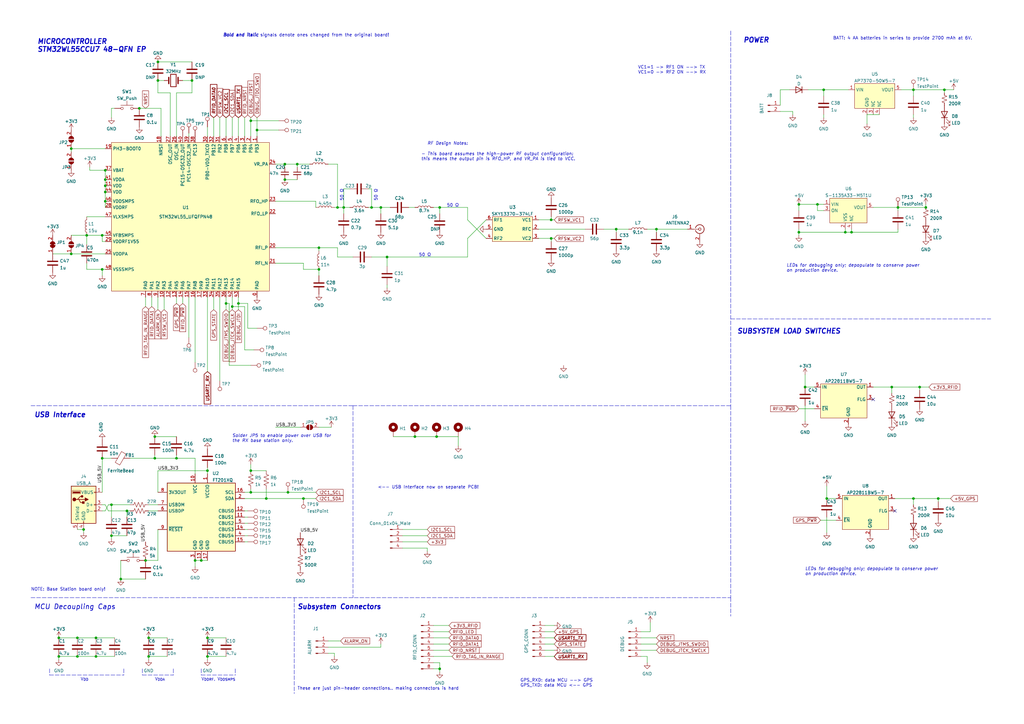
<source format=kicad_sch>
(kicad_sch (version 20211123) (generator eeschema)
  (paper "A3")
  (junction (at 85.09 269.24))
  (junction (at 43.18 73.66))
  (junction (at 349.25 95.25))
  (junction (at 226.06 97.79))
  (junction (at 59.69 229.87))
  (junction (at 39.37 269.24))
  (junction (at 327.66 83.82))
  (junction (at 29.21 104.14))
  (junction (at 179.07 179.07))
  (junction (at 85.09 261.62))
  (junction (at 116.84 73.66))
  (junction (at 384.81 204.47))
  (junction (at 109.22 204.47))
  (junction (at 377.19 158.75))
  (junction (at 327.66 95.25))
  (junction (at 35.56 96.52))
  (junction (at 156.21 85.09))
  (junction (at 102.87 201.93))
  (junction (at 102.87 49.53))
  (junction (at 78.74 33.02))
  (junction (at 170.18 179.07))
  (junction (at 337.82 36.83))
  (junction (at 31.75 261.62))
  (junction (at 339.09 204.47))
  (junction (at 140.97 85.09))
  (junction (at 335.28 83.82))
  (junction (at 252.73 93.98))
  (junction (at 180.34 85.09))
  (junction (at 130.81 101.6))
  (junction (at 41.91 187.96))
  (junction (at 43.18 76.2))
  (junction (at 269.24 93.98))
  (junction (at 49.53 237.49))
  (junction (at 95.25 125.73))
  (junction (at 41.91 110.49))
  (junction (at 31.75 269.24))
  (junction (at 45.72 207.01))
  (junction (at 64.77 33.02))
  (junction (at 64.77 25.4))
  (junction (at 130.81 110.49))
  (junction (at 116.84 67.31))
  (junction (at 121.92 67.31))
  (junction (at 102.87 193.04))
  (junction (at 97.79 124.46))
  (junction (at 346.71 95.25))
  (junction (at 158.75 105.41))
  (junction (at 41.91 96.52))
  (junction (at 124.46 204.47))
  (junction (at 63.5 179.07))
  (junction (at 24.13 269.24))
  (junction (at 330.2 158.75))
  (junction (at 138.43 85.09))
  (junction (at 52.07 209.55))
  (junction (at 92.71 124.46))
  (junction (at 43.18 82.55))
  (junction (at 60.96 269.24))
  (junction (at 152.4 85.09))
  (junction (at 45.72 219.71))
  (junction (at 63.5 187.96))
  (junction (at 365.76 158.75))
  (junction (at 379.73 85.09))
  (junction (at 180.34 274.32))
  (junction (at 85.09 193.04))
  (junction (at 374.65 204.47))
  (junction (at 226.06 90.17))
  (junction (at 43.18 69.85))
  (junction (at 24.13 261.62))
  (junction (at 57.15 44.45))
  (junction (at 387.35 36.83))
  (junction (at 34.29 217.17))
  (junction (at 374.65 36.83))
  (junction (at 29.21 60.96))
  (junction (at 39.37 261.62))
  (junction (at 60.96 261.62))
  (junction (at 368.3 85.09))
  (junction (at 43.18 78.74))
  (junction (at 118.11 201.93))
  (junction (at 80.01 229.87))
  (junction (at 82.55 229.87))
  (junction (at 72.39 187.96))
  (junction (at 105.41 53.34))
  (no_connect (at 358.14 163.83))
  (no_connect (at 367.03 209.55))
  (wire (pts (xy 59.69 229.87) (xy 64.77 229.87)))
  (wire (pts (xy 52.07 209.55) (xy 52.07 212.09)))
  (wire (pts (xy 223.52 269.24) (xy 227.33 269.24)))
  (wire (pts (xy 223.52 259.08) (xy 227.33 259.08)))
  (wire (pts (xy 320.04 36.83) (xy 323.85 36.83)))
  (wire (pts (xy 100.33 48.26) (xy 100.33 55.88)))
  (wire (pts (xy 80.01 187.96) (xy 80.01 194.31)))
  (wire (pts (xy 60.96 207.01) (xy 64.77 207.01)))
  (wire (pts (xy 100.33 201.93) (xy 102.87 201.93)))
  (wire (pts (xy 151.13 77.47) (xy 152.4 77.47)))
  (wire (pts (xy 138.43 85.09) (xy 140.97 85.09)))
  (wire (pts (xy 100.33 222.25) (xy 101.6 222.25)))
  (wire (pts (xy 387.35 36.83) (xy 387.35 38.1)))
  (wire (pts (xy 44.45 207.01) (xy 45.72 207.01)))
  (polyline (pts (xy 50.8 274.32) (xy 50.8 276.86)))
  (wire (pts (xy 269.24 93.98) (xy 281.94 93.98)))
  (wire (pts (xy 41.91 99.06) (xy 41.91 96.52)))
  (wire (pts (xy 92.71 48.26) (xy 92.71 55.88)))
  (polyline (pts (xy 299.72 166.37) (xy 299.72 245.11)))
  (wire (pts (xy 24.13 261.62) (xy 31.75 261.62)))
  (wire (pts (xy 105.41 48.26) (xy 105.41 53.34)))
  (wire (pts (xy 331.47 36.83) (xy 337.82 36.83)))
  (wire (pts (xy 24.13 270.51) (xy 24.13 269.24)))
  (wire (pts (xy 140.97 77.47) (xy 140.97 85.09)))
  (wire (pts (xy 165.1 217.17) (xy 175.26 217.17)))
  (wire (pts (xy 100.33 217.17) (xy 101.6 217.17)))
  (wire (pts (xy 97.79 124.46) (xy 101.6 124.46)))
  (wire (pts (xy 177.8 85.09) (xy 180.34 85.09)))
  (wire (pts (xy 53.34 187.96) (xy 63.5 187.96)))
  (wire (pts (xy 113.03 101.6) (xy 130.81 101.6)))
  (wire (pts (xy 346.71 95.25) (xy 349.25 95.25)))
  (wire (pts (xy 379.73 83.82) (xy 379.73 85.09)))
  (wire (pts (xy 140.97 85.09) (xy 143.51 85.09)))
  (wire (pts (xy 152.4 85.09) (xy 156.21 85.09)))
  (wire (pts (xy 36.83 68.58) (xy 36.83 69.85)))
  (wire (pts (xy 337.82 46.99) (xy 337.82 48.26)))
  (wire (pts (xy 266.7 259.08) (xy 266.7 255.27)))
  (wire (pts (xy 100.33 204.47) (xy 109.22 204.47)))
  (wire (pts (xy 226.06 97.79) (xy 226.06 99.06)))
  (wire (pts (xy 49.53 237.49) (xy 59.69 237.49)))
  (wire (pts (xy 113.03 82.55) (xy 129.54 82.55)))
  (wire (pts (xy 57.15 44.45) (xy 66.04 44.45)))
  (wire (pts (xy 41.91 110.49) (xy 41.91 113.03)))
  (wire (pts (xy 177.8 256.54) (xy 184.15 256.54)))
  (wire (pts (xy 49.53 229.87) (xy 49.53 237.49)))
  (wire (pts (xy 325.12 45.72) (xy 320.04 45.72)))
  (wire (pts (xy 66.04 44.45) (xy 66.04 55.88)))
  (wire (pts (xy 24.13 269.24) (xy 31.75 269.24)))
  (wire (pts (xy 247.65 93.98) (xy 252.73 93.98)))
  (polyline (pts (xy 58.42 274.32) (xy 58.42 276.86)))
  (polyline (pts (xy 82.55 276.86) (xy 96.52 276.86)))
  (wire (pts (xy 116.84 73.66) (xy 121.92 73.66)))
  (wire (pts (xy 116.84 67.31) (xy 121.92 67.31)))
  (polyline (pts (xy 58.42 276.86) (xy 71.12 276.86)))
  (wire (pts (xy 339.09 199.39) (xy 339.09 204.47)))
  (wire (pts (xy 262.89 261.62) (xy 269.24 261.62)))
  (wire (pts (xy 45.72 219.71) (xy 52.07 219.71)))
  (wire (pts (xy 97.79 124.46) (xy 97.79 127)))
  (wire (pts (xy 129.54 82.55) (xy 129.54 85.09)))
  (wire (pts (xy 105.41 53.34) (xy 105.41 55.88)))
  (wire (pts (xy 34.29 218.44) (xy 34.29 217.17)))
  (wire (pts (xy 74.93 33.02) (xy 78.74 33.02)))
  (wire (pts (xy 387.35 36.83) (xy 391.16 36.83)))
  (wire (pts (xy 177.8 271.78) (xy 180.34 271.78)))
  (wire (pts (xy 72.39 186.69) (xy 72.39 187.96)))
  (wire (pts (xy 44.45 209.55) (xy 43.18 207.01)))
  (wire (pts (xy 134.62 262.89) (xy 139.7 262.89)))
  (polyline (pts (xy 144.78 166.37) (xy 299.72 166.37)))
  (wire (pts (xy 39.37 269.24) (xy 46.99 269.24)))
  (wire (pts (xy 220.98 90.17) (xy 226.06 90.17)))
  (wire (pts (xy 97.79 121.92) (xy 97.79 124.46)))
  (wire (pts (xy 29.21 104.14) (xy 43.18 104.14)))
  (wire (pts (xy 374.65 204.47) (xy 374.65 207.01)))
  (wire (pts (xy 31.75 269.24) (xy 39.37 269.24)))
  (wire (pts (xy 113.03 107.95) (xy 124.46 107.95)))
  (wire (pts (xy 77.47 54.61) (xy 77.47 55.88)))
  (wire (pts (xy 35.56 88.9) (xy 43.18 88.9)))
  (wire (pts (xy 93.98 124.46) (xy 93.98 149.86)))
  (wire (pts (xy 36.83 69.85) (xy 43.18 69.85)))
  (wire (pts (xy 124.46 110.49) (xy 130.81 110.49)))
  (wire (pts (xy 220.98 97.79) (xy 226.06 97.79)))
  (wire (pts (xy 43.18 99.06) (xy 41.91 99.06)))
  (wire (pts (xy 346.71 95.25) (xy 346.71 93.98)))
  (wire (pts (xy 152.4 77.47) (xy 152.4 85.09)))
  (polyline (pts (xy 120.65 245.11) (xy 120.65 284.48)))
  (wire (pts (xy 151.13 85.09) (xy 152.4 85.09)))
  (wire (pts (xy 369.57 36.83) (xy 374.65 36.83)))
  (wire (pts (xy 137.16 267.97) (xy 137.16 269.24)))
  (wire (pts (xy 156.21 85.09) (xy 156.21 87.63)))
  (wire (pts (xy 175.26 224.79) (xy 175.26 226.06)))
  (wire (pts (xy 384.81 204.47) (xy 389.89 204.47)))
  (wire (pts (xy 60.96 209.55) (xy 64.77 209.55)))
  (wire (pts (xy 87.63 48.26) (xy 87.63 55.88)))
  (polyline (pts (xy 20.32 274.32) (xy 20.32 276.86)))
  (wire (pts (xy 226.06 97.79) (xy 227.33 97.79)))
  (wire (pts (xy 64.77 25.4) (xy 78.74 25.4)))
  (wire (pts (xy 137.16 85.09) (xy 138.43 85.09)))
  (wire (pts (xy 252.73 93.98) (xy 257.81 93.98)))
  (wire (pts (xy 95.25 125.73) (xy 100.33 125.73)))
  (wire (pts (xy 60.96 269.24) (xy 60.96 270.51)))
  (wire (pts (xy 39.37 261.62) (xy 46.99 261.62)))
  (polyline (pts (xy 144.78 166.37) (xy 144.78 245.11)))
  (wire (pts (xy 179.07 179.07) (xy 170.18 179.07)))
  (wire (pts (xy 92.71 124.46) (xy 92.71 127)))
  (wire (pts (xy 327.66 167.64) (xy 334.01 167.64)))
  (wire (pts (xy 191.77 85.09) (xy 191.77 90.17)))
  (wire (pts (xy 262.89 259.08) (xy 266.7 259.08)))
  (wire (pts (xy 158.75 105.41) (xy 191.77 105.41)))
  (wire (pts (xy 170.18 179.07) (xy 161.29 179.07)))
  (wire (pts (xy 365.76 158.75) (xy 377.19 158.75)))
  (wire (pts (xy 335.28 83.82) (xy 327.66 83.82)))
  (wire (pts (xy 72.39 187.96) (xy 80.01 187.96)))
  (wire (pts (xy 158.75 105.41) (xy 158.75 109.22)))
  (wire (pts (xy 78.74 33.02) (xy 78.74 38.1)))
  (wire (pts (xy 109.22 200.66) (xy 109.22 204.47)))
  (wire (pts (xy 69.85 38.1) (xy 64.77 38.1)))
  (wire (pts (xy 100.33 212.09) (xy 101.6 212.09)))
  (wire (pts (xy 74.93 121.92) (xy 74.93 124.46)))
  (wire (pts (xy 63.5 186.69) (xy 63.5 187.96)))
  (wire (pts (xy 177.8 269.24) (xy 185.42 269.24)))
  (wire (pts (xy 43.18 73.66) (xy 43.18 76.2)))
  (wire (pts (xy 85.09 261.62) (xy 92.71 261.62)))
  (wire (pts (xy 100.33 143.51) (xy 104.14 143.51)))
  (wire (pts (xy 90.17 48.26) (xy 90.17 55.88)))
  (wire (pts (xy 67.31 121.92) (xy 67.31 127)))
  (wire (pts (xy 85.09 52.07) (xy 85.09 55.88)))
  (wire (pts (xy 223.52 261.62) (xy 227.33 261.62)))
  (wire (pts (xy 180.34 85.09) (xy 191.77 85.09)))
  (wire (pts (xy 191.77 97.79) (xy 191.77 105.41)))
  (wire (pts (xy 191.77 90.17) (xy 199.39 97.79)))
  (wire (pts (xy 337.82 83.82) (xy 335.28 83.82)))
  (polyline (pts (xy 20.32 276.86) (xy 50.8 276.86)))
  (wire (pts (xy 223.52 264.16) (xy 227.33 264.16)))
  (wire (pts (xy 187.96 179.07) (xy 179.07 179.07)))
  (wire (pts (xy 327.66 95.25) (xy 346.71 95.25)))
  (polyline (pts (xy 12.7 245.11) (xy 299.72 245.11)))
  (wire (pts (xy 102.87 48.26) (xy 102.87 49.53)))
  (wire (pts (xy 69.85 55.88) (xy 69.85 38.1)))
  (wire (pts (xy 177.8 261.62) (xy 184.15 261.62)))
  (wire (pts (xy 187.96 182.88) (xy 187.96 179.07)))
  (wire (pts (xy 165.1 224.79) (xy 175.26 224.79)))
  (wire (pts (xy 101.6 124.46) (xy 101.6 134.62)))
  (polyline (pts (xy 299.72 12.7) (xy 299.72 166.37)))
  (wire (pts (xy 339.09 204.47) (xy 342.9 204.47)))
  (wire (pts (xy 226.06 90.17) (xy 227.33 90.17)))
  (wire (pts (xy 330.2 172.72) (xy 330.2 166.37)))
  (wire (pts (xy 130.81 110.49) (xy 130.81 113.03)))
  (wire (pts (xy 158.75 116.84) (xy 158.75 118.11)))
  (wire (pts (xy 43.18 82.55) (xy 43.18 85.09)))
  (wire (pts (xy 80.01 232.41) (xy 80.01 229.87)))
  (wire (pts (xy 152.4 105.41) (xy 158.75 105.41)))
  (wire (pts (xy 64.77 193.04) (xy 64.77 201.93)))
  (wire (pts (xy 97.79 48.26) (xy 97.79 55.88)))
  (wire (pts (xy 35.56 96.52) (xy 41.91 96.52)))
  (wire (pts (xy 134.62 67.31) (xy 138.43 67.31)))
  (wire (pts (xy 45.72 48.26) (xy 45.72 44.45)))
  (wire (pts (xy 336.55 213.36) (xy 342.9 213.36)))
  (wire (pts (xy 109.22 204.47) (xy 124.46 204.47)))
  (wire (pts (xy 368.3 95.25) (xy 349.25 95.25)))
  (wire (pts (xy 41.91 187.96) (xy 45.72 187.96)))
  (wire (pts (xy 365.76 158.75) (xy 365.76 161.29)))
  (wire (pts (xy 85.09 193.04) (xy 85.09 194.31)))
  (wire (pts (xy 41.91 187.96) (xy 41.91 201.93)))
  (wire (pts (xy 252.73 93.98) (xy 252.73 95.25)))
  (wire (pts (xy 180.34 271.78) (xy 180.34 274.32)))
  (wire (pts (xy 165.1 219.71) (xy 175.26 219.71)))
  (wire (pts (xy 64.77 121.92) (xy 64.77 127)))
  (wire (pts (xy 101.6 209.55) (xy 100.33 209.55)))
  (wire (pts (xy 29.21 96.52) (xy 35.56 96.52)))
  (wire (pts (xy 223.52 266.7) (xy 227.33 266.7)))
  (wire (pts (xy 262.89 264.16) (xy 269.24 264.16)))
  (wire (pts (xy 138.43 67.31) (xy 138.43 85.09)))
  (wire (pts (xy 95.25 121.92) (xy 95.25 125.73)))
  (wire (pts (xy 63.5 179.07) (xy 72.39 179.07)))
  (wire (pts (xy 367.03 204.47) (xy 374.65 204.47)))
  (wire (pts (xy 85.09 191.77) (xy 85.09 193.04)))
  (wire (pts (xy 156.21 264.16) (xy 156.21 265.43)))
  (wire (pts (xy 262.89 266.7) (xy 269.24 266.7)))
  (wire (pts (xy 374.65 46.99) (xy 374.65 48.26)))
  (wire (pts (xy 21.59 104.14) (xy 29.21 104.14)))
  (wire (pts (xy 167.64 85.09) (xy 170.18 85.09)))
  (polyline (pts (xy 82.55 274.32) (xy 82.55 276.86)))
  (wire (pts (xy 29.21 60.96) (xy 43.18 60.96)))
  (wire (pts (xy 368.3 93.98) (xy 368.3 95.25)))
  (wire (pts (xy 102.87 49.53) (xy 102.87 55.88)))
  (wire (pts (xy 140.97 85.09) (xy 140.97 87.63)))
  (wire (pts (xy 92.71 121.92) (xy 92.71 124.46)))
  (wire (pts (xy 113.03 175.26) (xy 123.19 175.26)))
  (wire (pts (xy 121.92 67.31) (xy 127 67.31)))
  (wire (pts (xy 269.24 93.98) (xy 269.24 95.25)))
  (wire (pts (xy 93.98 149.86) (xy 102.87 149.86)))
  (wire (pts (xy 64.77 33.02) (xy 67.31 33.02)))
  (wire (pts (xy 45.72 207.01) (xy 53.34 207.01)))
  (wire (pts (xy 177.8 259.08) (xy 184.15 259.08)))
  (wire (pts (xy 349.25 95.25) (xy 349.25 93.98)))
  (wire (pts (xy 90.17 121.92) (xy 90.17 156.21)))
  (wire (pts (xy 52.07 209.55) (xy 53.34 209.55)))
  (wire (pts (xy 85.09 269.24) (xy 92.71 269.24)))
  (wire (pts (xy 41.91 207.01) (xy 43.18 207.01)))
  (wire (pts (xy 64.77 38.1) (xy 64.77 33.02)))
  (wire (pts (xy 44.45 209.55) (xy 52.07 209.55)))
  (wire (pts (xy 72.39 121.92) (xy 72.39 124.46)))
  (wire (pts (xy 85.09 121.92) (xy 85.09 152.4)))
  (wire (pts (xy 35.56 107.95) (xy 35.56 110.49)))
  (wire (pts (xy 337.82 36.83) (xy 337.82 39.37)))
  (wire (pts (xy 339.09 218.44) (xy 339.09 212.09)))
  (wire (pts (xy 124.46 107.95) (xy 124.46 110.49)))
  (wire (pts (xy 102.87 200.66) (xy 102.87 201.93)))
  (wire (pts (xy 92.71 124.46) (xy 93.98 124.46)))
  (wire (pts (xy 41.91 209.55) (xy 43.18 209.55)))
  (wire (pts (xy 223.52 256.54) (xy 227.33 256.54)))
  (wire (pts (xy 116.84 67.31) (xy 116.84 68.58)))
  (wire (pts (xy 130.81 101.6) (xy 138.43 101.6)))
  (wire (pts (xy 355.6 46.99) (xy 355.6 50.8)))
  (wire (pts (xy 177.8 264.16) (xy 184.15 264.16)))
  (wire (pts (xy 191.77 97.79) (xy 199.39 90.17)))
  (wire (pts (xy 45.72 220.98) (xy 45.72 219.71)))
  (wire (pts (xy 327.66 83.82) (xy 327.66 86.36)))
  (wire (pts (xy 265.43 93.98) (xy 269.24 93.98)))
  (wire (pts (xy 31.75 261.62) (xy 39.37 261.62)))
  (wire (pts (xy 64.77 217.17) (xy 64.77 229.87)))
  (wire (pts (xy 45.72 44.45) (xy 46.99 44.45)))
  (wire (pts (xy 226.06 88.9) (xy 226.06 90.17)))
  (wire (pts (xy 105.41 53.34) (xy 114.3 53.34)))
  (wire (pts (xy 121.92 67.31) (xy 121.92 68.58)))
  (wire (pts (xy 355.6 46.99) (xy 360.68 46.99)))
  (wire (pts (xy 100.33 125.73) (xy 100.33 143.51)))
  (wire (pts (xy 113.03 67.31) (xy 116.84 67.31)))
  (wire (pts (xy 327.66 93.98) (xy 327.66 95.25)))
  (wire (pts (xy 62.23 121.92) (xy 62.23 125.73)))
  (wire (pts (xy 102.87 49.53) (xy 114.3 49.53)))
  (wire (pts (xy 29.21 60.96) (xy 29.21 62.23)))
  (wire (pts (xy 102.87 190.5) (xy 102.87 193.04)))
  (wire (pts (xy 265.43 271.78) (xy 265.43 269.24)))
  (polyline (pts (xy 71.12 274.32) (xy 71.12 276.86)))
  (wire (pts (xy 72.39 38.1) (xy 72.39 55.88)))
  (wire (pts (xy 41.91 96.52) (xy 43.18 96.52)))
  (wire (pts (xy 80.01 229.87) (xy 82.55 229.87)))
  (wire (pts (xy 384.81 204.47) (xy 384.81 205.74)))
  (wire (pts (xy 72.39 38.1) (xy 78.74 38.1)))
  (wire (pts (xy 95.25 48.26) (xy 95.25 55.88)))
  (wire (pts (xy 374.65 204.47) (xy 384.81 204.47)))
  (wire (pts (xy 43.18 209.55) (xy 44.45 207.01)))
  (wire (pts (xy 330.2 153.67) (xy 330.2 158.75)))
  (wire (pts (xy 368.3 85.09) (xy 368.3 86.36)))
  (wire (pts (xy 43.18 78.74) (xy 43.18 82.55)))
  (wire (pts (xy 43.18 76.2) (xy 43.18 78.74)))
  (wire (pts (xy 60.96 269.24) (xy 68.58 269.24)))
  (wire (pts (xy 118.11 201.93) (xy 129.54 201.93)))
  (wire (pts (xy 374.65 36.83) (xy 387.35 36.83)))
  (wire (pts (xy 358.14 158.75) (xy 365.76 158.75)))
  (wire (pts (xy 130.81 175.26) (xy 135.89 175.26)))
  (wire (pts (xy 64.77 193.04) (xy 85.09 193.04)))
  (wire (pts (xy 265.43 269.24) (xy 262.89 269.24)))
  (wire (pts (xy 138.43 101.6) (xy 138.43 105.41)))
  (wire (pts (xy 320.04 43.18) (xy 320.04 36.83)))
  (wire (pts (xy 95.25 125.73) (xy 95.25 127)))
  (wire (pts (xy 45.72 207.01) (xy 45.72 212.09)))
  (wire (pts (xy 180.34 274.32) (xy 180.34 275.59)))
  (wire (pts (xy 377.19 158.75) (xy 377.19 160.02)))
  (wire (pts (xy 134.62 267.97) (xy 137.16 267.97)))
  (wire (pts (xy 31.75 217.17) (xy 34.29 217.17)))
  (wire (pts (xy 63.5 187.96) (xy 72.39 187.96)))
  (wire (pts (xy 41.91 110.49) (xy 43.18 110.49)))
  (wire (pts (xy 35.56 110.49) (xy 41.91 110.49)))
  (wire (pts (xy 325.12 46.99) (xy 325.12 45.72)))
  (wire (pts (xy 374.65 36.83) (xy 374.65 39.37)))
  (wire (pts (xy 100.33 219.71) (xy 101.6 219.71)))
  (wire (pts (xy 177.8 274.32) (xy 180.34 274.32)))
  (wire (pts (xy 35.56 96.52) (xy 35.56 100.33)))
  (wire (pts (xy 82.55 229.87) (xy 85.09 229.87)))
  (wire (pts (xy 177.8 266.7) (xy 184.15 266.7)))
  (wire (pts (xy 337.82 86.36) (xy 335.28 86.36)))
  (wire (pts (xy 368.3 85.09) (xy 379.73 85.09)))
  (wire (pts (xy 180.34 85.09) (xy 180.34 87.63)))
  (wire (pts (xy 102.87 193.04) (xy 109.22 193.04)))
  (wire (pts (xy 337.82 36.83) (xy 347.98 36.83)))
  (wire (pts (xy 330.2 158.75) (xy 334.01 158.75)))
  (wire (pts (xy 156.21 85.09) (xy 160.02 85.09)))
  (wire (pts (xy 124.46 204.47) (xy 129.54 204.47)))
  (wire (pts (xy 87.63 121.92) (xy 87.63 127)))
  (wire (pts (xy 165.1 222.25) (xy 175.26 222.25)))
  (wire (pts (xy 143.51 77.47) (xy 140.97 77.47)))
  (wire (pts (xy 368.3 85.09) (xy 358.14 85.09)))
  (wire (pts (xy 77.47 121.92) (xy 77.47 138.43)))
  (wire (pts (xy 102.87 201.93) (xy 118.11 201.93)))
  (wire (pts (xy 100.33 214.63) (xy 101.6 214.63)))
  (wire (pts (xy 85.09 270.51) (xy 85.09 269.24)))
  (polyline (pts (xy 299.72 130.81) (xy 406.4 130.81)))
  (polyline (pts (xy 96.52 274.32) (xy 96.52 276.86)))
  (polyline (pts (xy 299.72 245.11) (xy 299.72 252.73)))
  (wire (pts (xy 101.6 134.62) (xy 105.41 134.62)))
  (wire (pts (xy 60.96 261.62) (xy 68.58 261.62)))
  (wire (pts (xy 43.18 69.85) (xy 43.18 73.66)))
  (wire (pts (xy 80.01 121.92) (xy 80.01 148.59)))
  (wire (pts (xy 130.81 101.6) (xy 130.81 102.87)))
  (wire (pts (xy 327.66 95.25) (xy 327.66 96.52)))
  (wire (pts (xy 335.28 83.82) (xy 335.28 86.36)))
  (wire (pts (xy 377.19 158.75) (xy 381 158.75)))
  (wire (pts (xy 59.69 121.92) (xy 59.69 125.73)))
  (wire (pts (xy 220.98 93.98) (xy 240.03 93.98)))
  (wire (pts (xy 138.43 105.41) (xy 144.78 105.41)))
  (polyline (pts (xy 12.7 166.37) (xy 144.78 166.37)))
  (wire (pts (xy 134.62 265.43) (xy 156.21 265.43)))
  (text "NOTE: Base Station board only!" (at 12.7 242.57 0) (effects (font (size 1.27 1.27)) (justify left bottom)))
  (text "Bold and italic" (at 91.44 15.24 0) (effects (font (size 1.27 1.27) (thickness 0.254) bold italic) (justify left bottom)))
  (text "V_{DD} \n" (at 33.02 279.4 0) (effects (font (size 1.27 1.27)) (justify left bottom)))
  (text "Subsystem Connectors" (at 121.92 250.19 0) (effects (font (size 2 2) bold italic) (justify left bottom)))
  (text "These are just pin-header connections.. making connectors is hard\n" (at 121.92 283.21 0) (effects (font (size 1.27 1.27)) (justify left bottom)))
  (text "50 Ω \n" (at 189.23 85.09 180) (effects (font (size 1.27 1.27)) (justify right bottom)))
  (text "SUBSYSTEM LOAD SWITCHES" (at 302.26 137.16 0) (effects (font (size 2 2) (thickness 0.4) bold italic) (justify left bottom)))
  (text "VC1=1 -> RF1 ON --> TX \nVC1=0 -> RF2 ON --> RX\n" (at 261.62 30.48 0) (effects (font (size 1.27 1.27)) (justify left bottom)))
  (text "MICROCONTROLLER\nSTM32WL55CCU7 48-QFN EP\n" (at 15.24 21.59 0) (effects (font (size 2 2) (thickness 0.4) bold italic) (justify left bottom)))
  (text "Solder JP5 to enable power over USB for \nthe RX base station only. " (at 95.25 181.61 0) (effects (font (size 1.27 1.27) italic) (justify left bottom)))
  (text "V_{DDA}\n" (at 63.5 279.4 0) (effects (font (size 1.27 1.27)) (justify left bottom)))
  (text "<-- USB Interface now on separate PCB!\n" (at 154.94 200.66 0) (effects (font (size 1.27 1.27)) (justify left bottom)))
  (text "50 Ω " (at 140.97 82.55 90) (effects (font (size 1.27 1.27)) (justify left bottom)))
  (text "BATT: 4 AA batteries in series to provide 2700 mAh at 6V. " (at 341.63 16.51 0) (effects (font (size 1.27 1.27)) (justify left bottom)))
  (text "signals denote ones changed from the original board!" (at 106.68 15.24 0) (effects (font (size 1.27 1.27)) (justify left bottom)))
  (text "LEDs for debugging only; depopulate to conserve power \non production device.\n" (at 322.58 111.76 0) (effects (font (size 1.27 1.27) italic) (justify left bottom)))
  (text "50 Ω \n" (at 177.8 105.41 180) (effects (font (size 1.27 1.27)) (justify right bottom)))
  (text "MCU Decoupling Caps" (at 13.97 250.19 0) (effects (font (size 2 2) (thickness 0.254) bold italic) (justify left bottom)))
  (text "V_{DDRF}, V_{DDSMPS}" (at 82.55 279.4 0) (effects (font (size 1.27 1.27)) (justify left bottom)))
  (text "50 Ω \n" (at 154.94 82.55 90) (effects (font (size 1.27 1.27)) (justify left bottom)))
  (text "GPS_RXD: data MCU --> GPS\nGPS_TXD: data MCU <-- GPS\n" (at 213.36 281.94 0) (effects (font (size 1.27 1.27)) (justify left bottom)))
  (text "POWER" (at 304.8 17.78 0) (effects (font (size 2 2) (thickness 0.4) bold italic) (justify left bottom)))
  (text "USB Interface\n" (at 13.97 171.45 0) (effects (font (size 2 2) bold italic) (justify left bottom)))
  (text "RF Design Notes: " (at 175.26 59.69 0) (effects (font (size 1.27 1.27) italic) (justify left bottom)))
  (text "LEDs for debugging only; depopulate to conserve power \non production device.\n" (at 330.2 236.22 0) (effects (font (size 1.27 1.27) italic) (justify left bottom)))
  (text "- This board assumes the high-power RF output configuration: \nthis means the output pin is RFO_HP, and VR_PA is tied to VCC. " (at 172.72 66.04 0) (effects (font (size 1.27 1.27) italic) (justify left bottom)))
  (label "USB_3V3" (at 113.03 175.26 0))
  (label "USB_5V" (at 59.69 222.25 90))
  (label "USB_3V3" (at 64.77 193.04 0))
  (label "USB_5V" (at 41.91 198.12 90))
  (label "USB_5V" (at 123.19 218.44 0))
  (global_label "GPS_~{PWR}" (shape input) (at 72.39 124.46 270) (property "Intersheet References" "${INTERSHEET_REFS}" (effects hide)))
  (global_label "I2C1_SCL" (shape input) (at 129.54 201.93 0) (property "Intersheet References" "${INTERSHEET_REFS}" (effects hide)))
  (global_label "RFID_TAG_IN_RANGE" (shape input) (at 185.42 269.24 0) (property "Intersheet References" "${INTERSHEET_REFS}" (effects hide)))
  (global_label "DBUG_JTDO_SWO" (shape input) (at 105.41 48.26 90) (property "Intersheet References" "${INTERSHEET_REFS}" (effects hide)))
  (global_label "RFID_NRST" (shape input) (at 184.15 266.7 0) (property "Intersheet References" "${INTERSHEET_REFS}" (effects hide)))
  (global_label "+5V_GPS" (shape input) (at 227.33 259.08 0) (property "Intersheet References" "${INTERSHEET_REFS}" (effects hide)))
  (global_label "RFID_DATA0" (shape input) (at 87.63 48.26 90) (effects (font (thickness 0.254) bold italic)) (property "Intersheet References" "${INTERSHEET_REFS}" (effects hide)))
  (global_label "RFID_~{PWR}" (shape input) (at 327.66 167.64 180) (property "Intersheet References" "${INTERSHEET_REFS}" (effects hide)))
  (global_label "RFID_LED" (shape input) (at 184.15 259.08 0) (property "Intersheet References" "${INTERSHEET_REFS}" (effects hide)))
  (global_label "USART1_TX" (shape input) (at 227.33 261.62 0) (effects (font (thickness 0.254) bold italic)) (property "Intersheet References" "${INTERSHEET_REFS}" (effects hide)))
  (global_label "GPS_STATE" (shape input) (at 87.63 127 270) (property "Intersheet References" "${INTERSHEET_REFS}" (effects hide)))
  (global_label "USART1_RX" (shape input) (at 85.09 152.4 270) (effects (font (thickness 0.254) bold italic)) (property "Intersheet References" "${INTERSHEET_REFS}" (effects hide)))
  (global_label "RFID_DATA1" (shape input) (at 62.23 125.73 270) (property "Intersheet References" "${INTERSHEET_REFS}" (effects hide)))
  (global_label "DEBUG_JTCK_SWCLK" (shape input) (at 269.24 266.7 0) (property "Intersheet References" "${INTERSHEET_REFS}" (effects hide)))
  (global_label "RFSW_VC2" (shape input) (at 227.33 97.79 0) (property "Intersheet References" "${INTERSHEET_REFS}" (effects hide)))
  (global_label "I2C1_SDA" (shape input) (at 95.25 48.26 90) (property "Intersheet References" "${INTERSHEET_REFS}" (effects hide)))
  (global_label "+3V3_RFID" (shape input) (at 381 158.75 0) (property "Intersheet References" "${INTERSHEET_REFS}" (effects hide)))
  (global_label "RFID_NRST" (shape input) (at 100.33 48.26 90) (property "Intersheet References" "${INTERSHEET_REFS}" (effects hide)))
  (global_label "NRST" (shape input) (at 269.24 261.62 0) (property "Intersheet References" "${INTERSHEET_REFS}" (effects hide)))
  (global_label "I2C1_SCL" (shape input) (at 92.71 48.26 90) (effects (font (thickness 0.254) bold italic)) (property "Intersheet References" "${INTERSHEET_REFS}" (effects hide)))
  (global_label "RFID_DATA1" (shape input) (at 184.15 264.16 0) (property "Intersheet References" "${INTERSHEET_REFS}" (effects hide)))
  (global_label "NRST" (shape input) (at 59.69 44.45 90) (property "Intersheet References" "${INTERSHEET_REFS}" (effects hide)))
  (global_label "DEBUG_JTCK_SWCLK" (shape input) (at 95.25 127 270) (property "Intersheet References" "${INTERSHEET_REFS}" (effects hide)))
  (global_label "DEBUG_JTMS_SWDIO" (shape input) (at 269.24 264.16 0) (property "Intersheet References" "${INTERSHEET_REFS}" (effects hide)))
  (global_label "USART1_TX" (shape input) (at 97.79 48.26 90) (effects (font (thickness 0.254) bold italic)) (property "Intersheet References" "${INTERSHEET_REFS}" (effects hide)))
  (global_label "+5V_GPS" (shape input) (at 389.89 204.47 0) (property "Intersheet References" "${INTERSHEET_REFS}" (effects hide)))
  (global_label "RFID_~{PWR}" (shape input) (at 74.93 124.46 270) (property "Intersheet References" "${INTERSHEET_REFS}" (effects hide)))
  (global_label "DEBUG_JTRST" (shape input) (at 102.87 48.26 90) (property "Intersheet References" "${INTERSHEET_REFS}" (effects hide)))
  (global_label "RFID_TAG_IN_RANGE" (shape input) (at 59.69 125.73 270) (property "Intersheet References" "${INTERSHEET_REFS}" (effects hide)))
  (global_label "ALARM_ON" (shape input) (at 139.7 262.89 0) (property "Intersheet References" "${INTERSHEET_REFS}" (effects hide)))
  (global_label "+3V3" (shape input) (at 175.26 222.25 0) (property "Intersheet References" "${INTERSHEET_REFS}" (effects hide)))
  (global_label "RFSW_VC1" (shape input) (at 227.33 90.17 0) (property "Intersheet References" "${INTERSHEET_REFS}" (effects hide)))
  (global_label "I2C1_SCL" (shape input) (at 175.26 217.17 0) (property "Intersheet References" "${INTERSHEET_REFS}" (effects hide)))
  (global_label "DEBUG_JTMS_SWDIO" (shape input) (at 92.71 127 270) (property "Intersheet References" "${INTERSHEET_REFS}" (effects hide)))
  (global_label "RFSW_VC1" (shape input) (at 67.31 127 270) (property "Intersheet References" "${INTERSHEET_REFS}" (effects hide)))
  (global_label "GPS_~{PWR}" (shape input) (at 336.55 213.36 180) (property "Intersheet References" "${INTERSHEET_REFS}" (effects hide)))
  (global_label "+3V3_RFID" (shape input) (at 184.15 256.54 0) (property "Intersheet References" "${INTERSHEET_REFS}" (effects hide)))
  (global_label "RFSW_VC2" (shape input) (at 90.17 48.26 90) (property "Intersheet References" "${INTERSHEET_REFS}" (effects hide)))
  (global_label "I2C1_SDA" (shape input) (at 129.54 204.47 0) (property "Intersheet References" "${INTERSHEET_REFS}" (effects hide)))
  (global_label "RFID_DATA0" (shape input) (at 184.15 261.62 0) (property "Intersheet References" "${INTERSHEET_REFS}" (effects hide)))
  (global_label "ALARM_ON" (shape input) (at 64.77 127 270) (property "Intersheet References" "${INTERSHEET_REFS}" (effects hide)))
  (global_label "GPS_STATE" (shape input) (at 227.33 264.16 0) (property "Intersheet References" "${INTERSHEET_REFS}" (effects hide)))
  (global_label "I2C1_SDA" (shape input) (at 175.26 219.71 0) (property "Intersheet References" "${INTERSHEET_REFS}" (effects hide)))
  (global_label "DEBUG_JTDI" (shape input) (at 97.79 127 270) (property "Intersheet References" "${INTERSHEET_REFS}" (effects hide)))
  (global_label "USART1_RX" (shape input) (at 227.33 269.24 0) (effects (font (thickness 0.254) bold italic)) (property "Intersheet References" "${INTERSHEET_REFS}" (effects hide)))
  (symbol (lib_id "Switch:SW_Push") (at 54.61 229.87 0) (unit 1)
    (property "Reference" "SW2" (at 54.61 222.9825 0))
    (property "Value" "SW_Push" (at 53.34 226.06 0))
    (property "Footprint" "Connector_PinSocket_2.54mm:PinSocket_1x02_P2.54mm_Vertical" (effects hide))
  )
  (symbol (lib_id "power:GND") (at 365.76 173.99 0) (unit 1)
    (property "Reference" "#PWR069" (effects hide))
    (property "Value" "GND" (at 365.76 178.5525 0))
  )
  (symbol (lib_id "Device:C_Small") (at 121.92 71.12 0) (unit 1)
    (property "Reference" "C21" (at 123.19 68.58 0) (effects (justify left)))
    (property "Value" "68p" (at 124.46 71.12 0) (effects (justify left)))
    (property "Footprint" "Capacitor_SMD:C_0603_1608Metric" (effects hide))
  )
  (symbol (lib_id "Connector:TestPoint") (at 118.11 201.93 0) (unit 1)
    (property "Reference" "TP18" (at 119.507 197.7195 0) (effects (justify left)))
    (property "Value" "TestPoint" (at 119.507 200.4946 0) (effects (justify left)))
    (property "Footprint" "TestPoint:TestPoint_Pad_1.0x1.0mm" (effects hide))
  )
  (symbol (lib_id "Device:C") (at 63.5 182.88 0) (unit 1)
    (property "Reference" "C15" (at 66.421 181.9715 0) (effects (justify left)))
    (property "Value" "100n" (at 66.421 184.7466 0) (effects (justify left)))
    (property "Footprint" "Capacitor_SMD:C_0603_1608Metric" (effects hide))
  )
  (symbol (lib_id "power:GND") (at 339.09 218.44 0) (unit 1)
    (property "Reference" "#PWR066" (effects hide))
    (property "Value" "GND" (at 339.09 223.0025 0))
  )
  (symbol (lib_id "Device:C") (at 327.66 90.17 0) (unit 1)
    (property "Reference" "C39" (at 330.581 89.2615 0) (effects (justify left)))
    (property "Value" "1u" (at 330.581 92.0366 0) (effects (justify left)))
    (property "Footprint" "Capacitor_SMD:C_0603_1608Metric" (effects hide))
  )
  (symbol (lib_id "Device:C") (at 31.75 265.43 0) (unit 1)
    (property "Reference" "C2" (at 31.75 262.89 0) (effects (justify left)))
    (property "Value" "100n" (at 31.75 267.97 0) (effects (justify left)))
    (property "Footprint" "Capacitor_SMD:C_0603_1608Metric" (effects hide))
  )
  (symbol (lib_id "Jumper:SolderJumper_2_Bridged") (at 21.59 100.33 90) (unit 1)
    (property "Reference" "JP1" (at 23.241 99.4215 90) (effects (justify right)))
    (property "Value" "SolderJumper_2_Bridged" (effects hide))
    (property "Footprint" "new_footprints:tinyjumper" (effects hide))
  )
  (symbol (lib_id "power:+3V3") (at 36.83 68.58 0) (unit 1)
    (property "Reference" "#PWR06" (effects hide))
    (property "Value" "+3V3" (at 36.83 64.9755 0))
  )
  (symbol (lib_id "Device:R_US") (at 102.87 196.85 0) (unit 1)
    (property "Reference" "R5" (at 104.521 195.9415 0) (effects (justify left)))
    (property "Value" "1k" (at 104.521 198.7166 0) (effects (justify left)))
    (property "Footprint" "Resistor_SMD:R_0805_2012Metric_Pad1.20x1.40mm_HandSolder" (effects hide))
  )
  (symbol (lib_id "power:GND") (at 337.82 48.26 0) (unit 1)
    (property "Reference" "#PWR059" (effects hide))
    (property "Value" "GND" (at 337.82 52.8225 0))
  )
  (symbol (lib_id "new_symbols:AP7370-50W5-7") (at 347.98 36.83 0) (unit 1)
    (property "Reference" "U5" (at 358.775 30.3743 0))
    (property "Value" "AP7370-50W5-7" (at 358.775 33.1494 0))
    (property "Footprint" "new_footprints:SOT25" (effects hide))
  )
  (symbol (lib_id "power:GND") (at 63.5 179.07 180) (unit 1)
    (property "Reference" "#PWR028" (effects hide))
    (property "Value" "GND" (at 63.5 175.4655 0))
  )
  (symbol (lib_id "Jumper:SolderJumper_2_Open") (at 29.21 57.15 90) (unit 1)
    (property "Reference" "JP2" (at 24.13 58.42 90) (effects (justify right)))
    (property "Value" "SolderJumper_2_Open" (effects hide))
    (property "Footprint" "new_footprints:tinyjumper" (effects hide))
  )
  (symbol (lib_id "Device:C") (at 35.56 104.14 0) (unit 1)
    (property "Reference" "C5" (at 35.56 101.6 0) (effects (justify left)))
    (property "Value" "470n" (at 35.56 106.68 0) (effects (justify left)))
    (property "Footprint" "Capacitor_SMD:C_0603_1608Metric" (effects hide))
  )
  (symbol (lib_id "Device:LED") (at 387.35 46.99 90) (unit 1)
    (property "Reference" "D8" (at 390.271 47.669 90) (effects (justify right)))
    (property "Value" "LED" (at 390.271 50.4441 90) (effects (justify right)))
    (property "Footprint" "LED_SMD:LED_0603_1608Metric" (effects hide))
  )
  (symbol (lib_id "Mechanical:MountingHole_Pad") (at 161.29 176.53 0) (unit 1)
    (property "Reference" "H1" (at 163.83 175.739 0) (effects (justify left)))
    (property "Value" "MountingHole_Pad" (effects hide))
    (property "Footprint" "MountingHole:MountingHole_2.2mm_M2_Pad_Via" (effects hide))
  )
  (symbol (lib_id "power:GND") (at 60.96 270.51 0) (unit 1)
    (property "Reference" "#PWR010" (effects hide))
    (property "Value" "GND" (at 60.96 275.0725 0))
  )
  (symbol (lib_id "power:GND") (at 355.6 50.8 0) (unit 1)
    (property "Reference" "#PWR062" (effects hide))
    (property "Value" "GND" (at 355.6 55.3625 0))
  )
  (symbol (lib_id "Device:C") (at 130.81 116.84 0) (unit 1)
    (property "Reference" "C28" (at 133.731 115.9315 0) (effects (justify left)))
    (property "Value" "4.7p" (at 133.731 118.7066 0) (effects (justify left)))
    (property "Footprint" "Capacitor_SMD:C_0603_1608Metric" (effects hide))
  )
  (symbol (lib_id "Connector:TestPoint") (at 114.3 53.34 270) (unit 1)
    (property "Reference" "TP21" (at 118.999 53.819 90) (effects (justify left)))
    (property "Value" "TestPoint" (effects hide))
    (property "Footprint" "TestPoint:TestPoint_Pad_1.0x1.0mm" (effects hide))
  )
  (symbol (lib_id "Device:R_Small_US") (at 379.73 87.63 0) (unit 1)
    (property "Reference" "R14" (at 381.381 86.7215 0) (effects (justify left)))
    (property "Value" "200R" (at 381.381 89.4966 0) (effects (justify left)))
    (property "Footprint" "Resistor_SMD:R_0805_2012Metric_Pad1.20x1.40mm_HandSolder" (effects hide))
  )
  (symbol (lib_id "power:GND") (at 49.53 237.49 0) (unit 1)
    (property "Reference" "#PWR027" (effects hide))
    (property "Value" "GND" (at 49.53 242.0525 0))
  )
  (symbol (lib_id "Connector:TestPoint") (at 74.93 55.88 0) (unit 1)
    (property "Reference" "TP4" (at 72.39 50.8 0) (effects (justify left)))
    (property "Value" "TestPoint" (effects hide))
    (property "Footprint" "TestPoint:TestPoint_Pad_1.0x1.0mm" (effects hide))
  )
  (symbol (lib_id "power:GND") (at 327.66 96.52 0) (unit 1)
    (property "Reference" "#PWR061" (effects hide))
    (property "Value" "GND" (at 327.66 101.0825 0))
  )
  (symbol (lib_id "Device:L") (at 133.35 85.09 90) (unit 1)
    (property "Reference" "L3" (at 133.35 80.6155 90))
    (property "Value" "4.45n" (at 133.35 83.3906 90))
    (property "Footprint" "Inductor_SMD:L_0805_2012Metric_Pad1.05x1.20mm_HandSolder" (effects hide))
  )
  (symbol (lib_id "Connector:TestPoint") (at 101.6 219.71 270) (unit 1)
    (property "Reference" "TP16" (at 106.299 220.189 90) (effects (justify left)))
    (property "Value" "TestPoint" (effects hide))
    (property "Footprint" "TestPoint:TestPoint_Pad_1.0x1.0mm" (effects hide))
  )
  (symbol (lib_id "power:+3V3") (at 21.59 96.52 0) (unit 1)
    (property "Reference" "#PWR03" (effects hide))
    (property "Value" "+3V3" (at 21.59 92.9155 0))
  )
  (symbol (lib_id "Device:C") (at 156.21 91.44 0) (unit 1)
    (property "Reference" "C30" (at 159.131 90.5315 0) (effects (justify left)))
    (property "Value" "5.1p" (at 159.131 93.3066 0) (effects (justify left)))
    (property "Footprint" "Capacitor_SMD:C_0603_1608Metric" (effects hide))
  )
  (symbol (lib_id "power:GND") (at 287.02 99.06 0) (unit 1)
    (property "Reference" "#PWR048" (effects hide))
    (property "Value" "GND" (at 287.02 103.6225 0))
  )
  (symbol (lib_id "Device:L") (at 35.56 92.71 180) (unit 1)
    (property "Reference" "L1" (at 36.195 91.8015 0) (effects (justify right)))
    (property "Value" "15u" (at 36.195 94.5766 0) (effects (justify right)))
    (property "Footprint" "Inductor_SMD:L_0805_2012Metric_Pad1.05x1.20mm_HandSolder" (effects hide))
  )
  (symbol (lib_id "power:GND") (at 252.73 102.87 0) (unit 1)
    (property "Reference" "#PWR046" (effects hide))
    (property "Value" "GND" (at 252.73 107.4325 0))
  )
  (symbol (lib_id "power:GND") (at 325.12 46.99 0) (unit 1)
    (property "Reference" "#PWR058" (effects hide))
    (property "Value" "GND" (at 325.12 51.5525 0))
  )
  (symbol (lib_id "Device:C_Small") (at 116.84 71.12 0) (unit 1)
    (property "Reference" "C20" (at 113.03 68.58 0) (effects (justify left)))
    (property "Value" "47n" (at 110.49 71.12 0) (effects (justify left)))
    (property "Footprint" "Capacitor_SMD:C_0603_1608Metric" (effects hide))
  )
  (symbol (lib_id "power:GND") (at 80.01 232.41 0) (unit 1)
    (property "Reference" "#PWR030" (effects hide))
    (property "Value" "GND" (at 80.01 236.9725 0))
  )
  (symbol (lib_id "Connector:TestPoint") (at 77.47 54.61 0) (unit 1)
    (property "Reference" "TP5" (at 76.2 49.53 0) (effects (justify left)))
    (property "Value" "TestPoint" (effects hide))
    (property "Footprint" "TestPoint:TestPoint_Pad_1.0x1.0mm" (effects hide))
  )
  (symbol (lib_id "power:GND") (at 356.87 219.71 0) (unit 1)
    (property "Reference" "#PWR068" (effects hide))
    (property "Value" "GND" (at 356.87 224.2725 0))
  )
  (symbol (lib_id "Connector:TestPoint") (at 102.87 149.86 270) (unit 1)
    (property "Reference" "TP9" (at 107.569 148.9515 90) (effects (justify left)))
    (property "Value" "TestPoint" (at 107.569 151.7266 90) (effects (justify left)))
    (property "Footprint" "TestPoint:TestPoint_Pad_1.0x1.0mm" (effects hide))
  )
  (symbol (lib_id "Mechanical:MountingHole_Pad") (at 187.96 176.53 0) (unit 1)
    (property "Reference" "H4" (at 190.5 175.739 0) (effects (justify left)))
    (property "Value" "MountingHole_Pad" (effects hide))
    (property "Footprint" "MountingHole:MountingHole_2.2mm_M2_Pad_Via" (effects hide))
  )
  (symbol (lib_id "Device:C") (at 72.39 182.88 0) (unit 1)
    (property "Reference" "C16" (at 75.311 181.9715 0) (effects (justify left)))
    (property "Value" "4.7u" (at 75.311 184.7466 0) (effects (justify left)))
    (property "Footprint" "Capacitor_SMD:C_0603_1608Metric" (effects hide))
  )
  (symbol (lib_id "Device:FerriteBead") (at 49.53 187.96 90) (unit 1)
    (property "Reference" "FB1" (at 53.34 186.69 90))
    (property "Value" "FerriteBead" (at 49.53 193.04 90))
    (property "Footprint" "LED_SMD:LED_0805_2012Metric" (effects hide))
  )
  (symbol (lib_id "Connector:TestPoint") (at 101.6 209.55 270) (unit 1)
    (property "Reference" "TP10" (at 106.299 210.029 90) (effects (justify left)))
    (property "Value" "TestPoint" (effects hide))
    (property "Footprint" "TestPoint:TestPoint_Pad_1.0x1.0mm" (effects hide))
  )
  (symbol (lib_id "power:GND") (at 24.13 270.51 0) (unit 1)
    (property "Reference" "#PWR02" (effects hide))
    (property "Value" "GND" (at 24.13 275.0725 0))
  )
  (symbol (lib_id "Connector:TestPoint") (at 77.47 138.43 180) (unit 1)
    (property "Reference" "TP6" (at 74.93 143.51 0) (effects (justify right)))
    (property "Value" "TestPoint" (effects hide))
    (property "Footprint" "TestPoint:TestPoint_Pad_1.0x1.0mm" (effects hide))
  )
  (symbol (lib_id "Device:L") (at 173.99 85.09 90) (unit 1)
    (property "Reference" "L5" (at 173.99 82.55 90))
    (property "Value" "8.7n" (at 173.99 86.36 90))
    (property "Footprint" "Inductor_SMD:L_0805_2012Metric_Pad1.05x1.20mm_HandSolder" (effects hide))
  )
  (symbol (lib_id "power:+3V3") (at 330.2 153.67 0) (unit 1)
    (property "Reference" "#PWR020" (effects hide))
    (property "Value" "+3V3" (at 330.2 150.0655 0))
  )
  (symbol (lib_id "power:GND") (at 41.91 180.34 180) (unit 1)
    (property "Reference" "#PWR025" (effects hide))
    (property "Value" "GND" (at 41.431 177.1651 90) (effects (justify right)))
  )
  (symbol (lib_id "Device:R_Small_US") (at 365.76 163.83 0) (unit 1)
    (property "Reference" "R12" (at 367.411 162.9215 0) (effects (justify left)))
    (property "Value" "200R" (at 367.411 165.6966 0) (effects (justify left)))
    (property "Footprint" "Resistor_SMD:R_0805_2012Metric_Pad1.20x1.40mm_HandSolder" (effects hide))
  )
  (symbol (lib_id "Device:L") (at 130.81 106.68 180) (unit 1)
    (property "Reference" "L6" (at 131.445 105.7715 0) (effects (justify right)))
    (property "Value" "11n" (at 131.445 108.5466 0) (effects (justify right)))
    (property "Footprint" "Inductor_SMD:L_0805_2012Metric_Pad1.05x1.20mm_HandSolder" (effects hide))
  )
  (symbol (lib_id "Device:Crystal") (at 71.12 33.02 0) (unit 1)
    (property "Reference" "Y1" (at 71.12 26.4881 0))
    (property "Value" "32MHz" (at 71.12 29.2632 0))
    (property "Footprint" "Oscillator:Oscillator_SMD_Abracon_ASE-4Pin_3.2x2.5mm" (effects hide))
  )
  (symbol (lib_id "power:GND") (at 265.43 271.78 0) (unit 1)
    (property "Reference" "#PWR035" (effects hide))
    (property "Value" "GND" (at 265.43 276.3425 0))
  )
  (symbol (lib_id "power:GND") (at 377.19 167.64 0) (unit 1)
    (property "Reference" "#PWR073" (effects hide))
    (property "Value" "GND" (at 377.19 172.2025 0))
  )
  (symbol (lib_id "Device:C") (at 368.3 90.17 0) (unit 1)
    (property "Reference" "C41" (at 371.221 89.2615 0) (effects (justify left)))
    (property "Value" "1u" (at 371.221 92.0366 0) (effects (justify left)))
    (property "Footprint" "Capacitor_SMD:C_0603_1608Metric" (effects hide))
  )
  (symbol (lib_id "power:GND") (at 123.19 233.68 0) (unit 1)
    (property "Reference" "#PWR033" (effects hide))
    (property "Value" "GND" (at 123.19 238.2425 0))
  )
  (symbol (lib_id "Connector:TestPoint") (at 124.46 204.47 180) (unit 1)
    (property "Reference" "TP19" (at 125.857 206.8635 0) (effects (justify right)))
    (property "Value" "TestPoint" (at 125.857 209.6386 0) (effects (justify right)))
    (property "Footprint" "TestPoint:TestPoint_Pad_1.0x1.0mm" (effects hide))
  )
  (symbol (lib_id "power:GND") (at 158.75 118.11 0) (unit 1)
    (property "Reference" "#PWR045" (effects hide))
    (property "Value" "GND" (at 158.75 122.6725 0))
  )
  (symbol (lib_id "power:GND") (at 330.2 172.72 0) (unit 1)
    (property "Reference" "#PWR023" (effects hide))
    (property "Value" "GND" (at 330.2 177.2825 0))
  )
  (symbol (lib_id "Device:C") (at 68.58 265.43 0) (unit 1)
    (property "Reference" "C7" (at 68.58 262.89 0) (effects (justify left)))
    (property "Value" "10n" (at 68.58 267.97 0) (effects (justify left)))
    (property "Footprint" "Capacitor_SMD:C_0603_1608Metric" (effects hide))
  )
  (symbol (lib_id "Device:C") (at 60.96 265.43 0) (unit 1)
    (property "Reference" "C6" (at 60.96 262.89 0) (effects (justify left)))
    (property "Value" "1u" (at 60.96 267.97 0) (effects (justify left)))
    (property "Footprint" "Capacitor_SMD:C_0603_1608Metric" (effects hide))
  )
  (symbol (lib_id "Device:C") (at 85.09 265.43 0) (unit 1)
    (property "Reference" "C9" (at 85.09 262.89 0) (effects (justify left)))
    (property "Value" "4.7u" (at 85.09 267.97 0) (effects (justify left)))
    (property "Footprint" "Capacitor_SMD:C_0603_1608Metric" (effects hide))
  )
  (symbol (lib_id "power:GND") (at 387.35 50.8 0) (unit 1)
    (property "Reference" "#PWR072" (effects hide))
    (property "Value" "GND" (at 387.35 55.3625 0))
  )
  (symbol (lib_id "power:+5V") (at 339.09 199.39 0) (unit 1)
    (property "Reference" "#PWR051" (effects hide))
    (property "Value" "+5V" (at 339.09 195.7855 0))
  )
  (symbol (lib_id "Device:C") (at 85.09 187.96 0) (unit 1)
    (property "Reference" "C18" (at 88.011 187.0515 0) (effects (justify left)))
    (property "Value" "100n" (at 88.011 189.8266 0) (effects (justify left)))
    (property "Footprint" "Capacitor_SMD:C_0603_1608Metric" (effects hide))
  )
  (symbol (lib_id "power:+3V3") (at 85.09 261.62 0) (unit 1)
    (property "Reference" "#PWR012" (effects hide))
    (property "Value" "+3V3" (at 85.09 258.0155 0))
  )
  (symbol (lib_id "power:GND") (at 156.21 95.25 0) (unit 1)
    (property "Reference" "#PWR044" (effects hide))
    (property "Value" "GND" (at 156.21 99.8125 0))
  )
  (symbol (lib_id "Device:C") (at 377.19 163.83 0) (unit 1)
    (property "Reference" "C44" (at 380.111 162.9215 0) (effects (justify left)))
    (property "Value" "10u" (at 380.111 165.6966 0) (effects (justify left)))
    (property "Footprint" "Capacitor_SMD:C_1206_3216Metric" (effects hide))
  )
  (symbol (lib_id "power:+3V3") (at 379.73 83.82 0) (unit 1)
    (property "Reference" "#PWR065" (effects hide))
    (property "Value" "+3V3" (at 379.73 80.2155 0))
  )
  (symbol (lib_id "power:GND") (at 175.26 226.06 0) (unit 1)
    (property "Reference" "#PWR0103" (effects hide))
    (property "Value" "GND" (at 175.26 230.6225 0))
  )
  (symbol (lib_id "power:+5V") (at 391.16 36.83 0) (unit 1)
    (property "Reference" "#PWR063" (effects hide))
    (property "Value" "+5V" (at 391.16 33.2255 0))
  )
  (symbol (lib_id "Device:C") (at 147.32 77.47 90) (unit 1)
    (property "Reference" "C23" (at 143.51 76.2 90))
    (property "Value" "2p" (at 151.13 76.2 90))
    (property "Footprint" "Capacitor_SMD:C_0603_1608Metric" (effects hide))
  )
  (symbol (lib_id "power:GND") (at 116.84 73.66 0) (unit 1)
    (property "Reference" "#PWR037" (effects hide))
    (property "Value" "GND" (at 116.84 78.2225 0))
  )
  (symbol (lib_id "Device:C") (at 384.81 209.55 0) (unit 1)
    (property "Reference" "C45" (at 387.731 208.6415 0) (effects (justify left)))
    (property "Value" "10u" (at 387.731 211.4166 0) (effects (justify left)))
    (property "Footprint" "Capacitor_SMD:C_1206_3216Metric" (effects hide))
  )
  (symbol (lib_id "power:GND") (at 21.59 111.76 0) (unit 1)
    (property "Reference" "#PWR0102" (effects hide))
    (property "Value" "GND" (at 21.59 116.3225 0))
  )
  (symbol (lib_id "power:GND") (at 374.65 219.71 0) (unit 1)
    (property "Reference" "#PWR070" (effects hide))
    (property "Value" "GND" (at 374.65 224.2725 0))
  )
  (symbol (lib_id "Device:R_US") (at 57.15 209.55 90) (unit 1)
    (property "Reference" "R3" (at 53.34 210.82 90))
    (property "Value" "27R" (at 62.23 210.82 90))
    (property "Footprint" "Resistor_SMD:R_0805_2012Metric_Pad1.20x1.40mm_HandSolder" (effects hide))
  )
  (symbol (lib_id "Connector:USB_A") (at 34.29 207.01 0) (unit 1)
    (property "Reference" "J4" (at 34.29 195.4235 0))
    (property "Value" "USB_A" (at 34.29 198.1986 0))
    (property "Footprint" "Connector_USB:USB_A_Molex_67643_Horizontal" (effects hide))
    (property "Datasheet" " ~" (effects hide))
  )
  (symbol (lib_id "Device:C") (at 252.73 99.06 0) (unit 1)
    (property "Reference" "C33" (at 254 96.52 0) (effects (justify left)))
    (property "Value" "3.3p" (at 254 101.6 0) (effects (justify left)))
    (property "Footprint" "Capacitor_SMD:C_0603_1608Metric" (effects hide))
  )
  (symbol (lib_id "power:GND") (at 226.06 106.68 0) (unit 1)
    (property "Reference" "#PWR042" (effects hide))
    (property "Value" "GND" (at 226.06 111.2425 0))
  )
  (symbol (lib_id "power:GND") (at 347.98 173.99 0) (unit 1)
    (property "Reference" "#PWR067" (effects hide))
    (property "Value" "GND" (at 347.98 178.5525 0))
  )
  (symbol (lib_id "Device:C") (at 374.65 43.18 0) (unit 1)
    (property "Reference" "C40" (at 377.571 42.2715 0) (effects (justify left)))
    (property "Value" "1u" (at 377.571 45.0466 0) (effects (justify left)))
    (property "Footprint" "Capacitor_SMD:C_0603_1608Metric" (effects hide))
  )
  (symbol (lib_id "power:GND") (at 64.77 25.4 180) (unit 1)
    (property "Reference" "#PWR029" (effects hide))
    (property "Value" "GND" (at 64.77 21.7955 0))
  )
  (symbol (lib_id "Device:C") (at 180.34 91.44 0) (unit 1)
    (property "Reference" "C25" (at 175.26 88.9 0) (effects (justify left)))
    (property "Value" "DNP" (at 176.53 93.98 0) (effects (justify left)))
    (property "Footprint" "Capacitor_SMD:C_0603_1608Metric" (effects hide))
  )
  (symbol (lib_id "Device:R_Small_US") (at 387.35 40.64 180) (unit 1)
    (property "Reference" "R15" (at 389.001 39.7315 0) (effects (justify right)))
    (property "Value" "200R" (at 389.001 42.5066 0) (effects (justify right)))
    (property "Footprint" "Resistor_SMD:R_0603_1608Metric" (effects hide))
  )
  (symbol (lib_id "Device:C") (at 41.91 184.15 0) (unit 1)
    (property "Reference" "C11" (at 44.831 183.2415 0) (effects (justify left)))
    (property "Value" "10n" (at 44.831 186.0166 0) (effects (justify left)))
    (property "Footprint" "Capacitor_SMD:C_0603_1608Metric" (effects hide))
  )
  (symbol (lib_id "power:+3V3") (at 102.87 190.5 0) (unit 1)
    (property "Reference" "#PWR032" (effects hide))
    (property "Value" "+3V3" (at 102.87 186.8955 0))
  )
  (symbol (lib_id "power:+3V3") (at 29.21 53.34 0) (unit 1)
    (property "Reference" "#PWR04" (effects hide))
    (property "Value" "+3V3" (at 29.21 49.7355 0))
  )
  (symbol (lib_id "Device:C") (at 45.72 215.9 0) (unit 1)
    (property "Reference" "C12" (at 45.72 213.36 0) (effects (justify left)))
    (property "Value" "47p" (at 45.72 218.44 0) (effects (justify left)))
    (property "Footprint" "Capacitor_SMD:C_0603_1608Metric" (effects hide))
  )
  (symbol (lib_id "power:GND") (at 180.34 275.59 0) (unit 1)
    (property "Reference" "#PWR019" (effects hide))
    (property "Value" "GND" (at 180.34 280.1525 0))
  )
  (symbol (lib_id "Device:C") (at 64.77 29.21 0) (unit 1)
    (property "Reference" "C17" (at 59.69 26.67 0) (effects (justify left)))
    (property "Value" "DNP" (at 59.69 31.75 0) (effects (justify left)))
    (property "Footprint" "Capacitor_SMD:C_0603_1608Metric" (effects hide))
  )
  (symbol (lib_id "Connector:TestPoint") (at 374.65 36.83 0) (unit 1)
    (property "Reference" "TP14" (at 376.047 32.6195 0) (effects (justify left)))
    (property "Value" "TestPoint" (at 376.047 35.3946 0) (effects (justify left)))
    (property "Footprint" "TestPoint:TestPoint_Pad_1.0x1.0mm" (effects hide))
  )
  (symbol (lib_id "Connector:TestPoint") (at 80.01 55.88 0) (unit 1)
    (property "Reference" "TP7" (at 80.01 50.8 0) (effects (justify left)))
    (property "Value" "TestPoint" (effects hide))
    (property "Footprint" "TestPoint:TestPoint_Pad_1.0x1.0mm" (effects hide))
  )
  (symbol (lib_id "Connector:Conn_01x06_Male") (at 218.44 261.62 0) (unit 1)
    (property "Reference" "J3" (at 219.075 252.4973 0))
    (property "Value" "GPS_CONN" (at 215.9 262.89 90))
    (property "Footprint" "Connector_PinHeader_2.54mm:PinHeader_1x06_P2.54mm_Vertical" (effects hide))
  )
  (symbol (lib_id "Jumper:SolderJumper_2_Open") (at 29.21 100.33 90) (unit 1)
    (property "Reference" "JP4" (at 30.861 100.809 90) (effects (justify right)))
    (property "Value" "SolderJumper_2_Open" (effects hide))
    (property "Footprint" "new_footprints:tinyjumper" (effects hide))
  )
  (symbol (lib_id "Device:LED") (at 123.19 222.25 90) (unit 1)
    (property "Reference" "D2" (at 126.111 222.929 90) (effects (justify right)))
    (property "Value" "LED" (at 126.111 225.7041 90) (effects (justify right)))
    (property "Footprint" "LED_SMD:LED_0805_2012Metric" (effects hide))
  )
  (symbol (lib_id "power:GND") (at 45.72 48.26 0) (unit 1)
    (property "Reference" "#PWR08" (effects hide))
    (property "Value" "GND" (at 45.72 52.8225 0))
  )
  (symbol (lib_id "Device:C") (at 269.24 99.06 0) (unit 1)
    (property "Reference" "C34" (at 270.51 96.52 0) (effects (justify left)))
    (property "Value" "3.3p" (at 270.51 101.6 0) (effects (justify left)))
    (property "Footprint" "Capacitor_SMD:C_0603_1608Metric" (effects hide))
  )
  (symbol (lib_id "Device:C") (at 140.97 91.44 0) (unit 1)
    (property "Reference" "C22" (at 143.891 90.5315 0) (effects (justify left)))
    (property "Value" "0.7p" (at 143.891 93.3066 0) (effects (justify left)))
    (property "Footprint" "Capacitor_SMD:C_0603_1608Metric" (effects hide))
  )
  (symbol (lib_id "Connector:TestPoint") (at 90.17 156.21 180) (unit 1)
    (property "Reference" "TP?" (at 92.71 157.48 0))
    (property "Value" "TestPoint" (effects hide))
    (property "Footprint" "TestPoint:TestPoint_Pad_1.0x1.0mm" (effects hide))
  )
  (symbol (lib_id "Device:L") (at 261.62 93.98 90) (unit 1)
    (property "Reference" "L7" (at 261.62 91.44 90))
    (property "Value" "9.1n" (at 261.62 95.25 90))
    (property "Footprint" "Inductor_SMD:L_0805_2012Metric_Pad1.05x1.20mm_HandSolder" (effects hide))
  )
  (symbol (lib_id "Connector:TestPoint") (at 101.6 214.63 270) (unit 1)
    (property "Reference" "TP12" (at 106.299 215.109 90) (effects (justify left)))
    (property "Value" "TestPoint" (effects hide))
    (property "Footprint" "TestPoint:TestPoint_Pad_1.0x1.0mm" (effects hide))
  )
  (symbol (lib_id "power:GND") (at 41.91 113.03 0) (unit 1)
    (property "Reference" "#PWR07" (effects hide))
    (property "Value" "GND" (at 41.91 117.5925 0))
  )
  (symbol (lib_id "Connector:TestPoint") (at 101.6 217.17 270) (unit 1)
    (property "Reference" "TP15" (at 106.299 217.649 90) (effects (justify left)))
    (property "Value" "TestPoint" (effects hide))
    (property "Footprint" "TestPoint:TestPoint_Pad_1.0x1.0mm" (effects hide))
  )
  (symbol (lib_id "Device:C") (at 243.84 93.98 90) (unit 1)
    (property "Reference" "C32" (at 243.84 90.17 90))
    (property "Value" "56p" (at 243.84 97.79 90))
    (property "Footprint" "Capacitor_SMD:C_0603_1608Metric" (effects hide))
  )
  (symbol (lib_id "new_symbols:SKY13370-374LF") (at 220.98 90.17 0) (mirror y) (unit 1)
    (property "Reference" "U3" (at 210.185 84.9843 0))
    (property "Value" "SKY13370-374LF" (at 210.185 87.7594 0))
    (property "Footprint" "Package_DFN_QFN:DFN-6-1EP_2x2mm_P0.5mm_EP0.6x1.37mm" (effects hide))
  )
  (symbol (lib_id "power:GND") (at 384.81 213.36 0) (unit 1)
    (property "Reference" "#PWR074" (effects hide))
    (property "Value" "GND" (at 384.81 217.9225 0))
  )
  (symbol (lib_id "Device:LED") (at 365.76 170.18 90) (unit 1)
    (property "Reference" "D5" (at 368.681 170.859 90) (effects (justify right)))
    (property "Value" "LED" (at 368.681 173.6341 90) (effects (justify right)))
    (property "Footprint" "LED_SMD:LED_0603_1608Metric" (effects hide))
  )
  (symbol (lib_id "Device:R_US") (at 59.69 226.06 0) (unit 1)
    (property "Reference" "R4" (at 61.341 225.1515 0) (effects (justify left)))
    (property "Value" "5k" (at 61.341 227.9266 0) (effects (justify left)))
    (property "Footprint" "Resistor_SMD:R_0805_2012Metric_Pad1.20x1.40mm_HandSolder" (effects hide))
  )
  (symbol (lib_id "Device:C") (at 158.75 113.03 180) (unit 1)
    (property "Reference" "C31" (at 161.671 112.1215 0) (effects (justify right)))
    (property "Value" "1p" (at 161.671 114.8966 0) (effects (justify right)))
    (property "Footprint" "Capacitor_SMD:C_0603_1608Metric" (effects hide))
  )
  (symbol (lib_id "Device:LED") (at 379.73 93.98 90) (unit 1)
    (property "Reference" "D7" (at 382.651 94.659 90) (effects (justify right)))
    (property "Value" "LED" (at 382.651 97.4341 90) (effects (justify right)))
    (property "Footprint" "LED_SMD:LED_0603_1608Metric" (effects hide))
  )
  (symbol (lib_id "power:GND") (at 226.06 81.28 180) (unit 1)
    (property "Reference" "#PWR041" (effects hide))
    (property "Value" "GND" (at 226.06 77.6755 0))
  )
  (symbol (lib_id "Switch:SW_Push") (at 52.07 44.45 0) (unit 1)
    (property "Reference" "SW1" (at 52.07 37.5625 0))
    (property "Value" "SW_Push" (at 52.07 40.3376 0))
    (property "Footprint" "Connector_PinSocket_2.54mm:PinSocket_1x02_P2.54mm_Vertical" (effects hide))
  )
  (symbol (lib_id "power:+3V3") (at 156.21 264.16 0) (unit 1)
    (property "Reference" "#PWR018" (effects hide))
    (property "Value" "+3V3" (at 156.21 260.5555 0))
  )
  (symbol (lib_id "Connector:Conn_01x08_Male") (at 172.72 264.16 0) (unit 1)
    (property "Reference" "J2" (at 173.355 252.4973 0))
    (property "Value" "RFID_CONN" (at 170.18 265.43 90))
    (property "Footprint" "Connector_PinHeader_2.54mm:PinHeader_2x04_P2.54mm_Vertical" (effects hide))
  )
  (symbol (lib_id "power:GND") (at 227.33 256.54 90) (unit 1)
    (property "Reference" "#PWR021" (effects hide))
    (property "Value" "GND" (at 230.505 257.019 90) (effects (justify right)))
  )
  (symbol (lib_id "Connector:TestPoint") (at 80.01 148.59 180) (unit 1)
    (property "Reference" "TP2" (at 82.55 149.86 0))
    (property "Value" "TestPoint" (effects hide))
    (property "Footprint" "TestPoint:TestPoint_Pad_1.0x1.0mm" (effects hide))
  )
  (symbol (lib_id "Device:C") (at 339.09 208.28 0) (unit 1)
    (property "Reference" "C43" (at 339.09 205.74 0) (effects (justify left)))
    (property "Value" "1u" (at 340.36 210.82 0) (effects (justify left)))
    (property "Footprint" "Capacitor_SMD:C_0603_1608Metric" (effects hide))
  )
  (symbol (lib_id "power:GND") (at 187.96 182.88 0) (unit 1)
    (property "Reference" "#PWR014" (effects hide))
    (property "Value" "GND" (at 187.96 187.4425 0))
  )
  (symbol (lib_id "power:GND") (at 130.81 120.65 0) (unit 1)
    (property "Reference" "#PWR043" (effects hide))
    (property "Value" "GND" (at 130.81 125.2125 0))
  )
  (symbol (lib_id "Device:C") (at 92.71 265.43 0) (unit 1)
    (property "Reference" "C10" (at 92.71 262.89 0) (effects (justify left)))
    (property "Value" "4.7u" (at 92.71 267.97 0) (effects (justify left)))
    (property "Footprint" "Capacitor_SMD:C_0603_1608Metric" (effects hide))
  )
  (symbol (lib_id "Device:C") (at 148.59 105.41 90) (unit 1)
    (property "Reference" "C29" (at 148.59 101.6 90))
    (property "Value" "3p" (at 148.59 109.22 90))
    (property "Footprint" "Capacitor_SMD:C_0603_1608Metric" (effects hide))
  )
  (symbol (lib_id "power:GND") (at 105.41 121.92 0) (unit 1)
    (property "Reference" "#PWR016" (effects hide))
    (property "Value" "GND" (at 105.41 126.4825 0))
  )
  (symbol (lib_id "Connector:TestPoint") (at 101.6 212.09 270) (unit 1)
    (property "Reference" "TP11" (at 106.299 212.569 90) (effects (justify left)))
    (property "Value" "TestPoint" (effects hide))
    (property "Footprint" "TestPoint:TestPoint_Pad_1.0x1.0mm" (effects hide))
  )
  (symbol (lib_id "Connector:Conn_01x04_Male") (at 160.02 219.71 0) (unit 1)
    (property "Reference" "J7" (at 160.02 210.82 0))
    (property "Value" "Conn_01x04_Male" (at 160.02 214.63 0))
    (property "Footprint" "Connector_PinHeader_1.27mm:PinHeader_1x04_P1.27mm_Vertical" (effects hide))
  )
  (symbol (lib_id "power:+3V3") (at 24.13 261.62 0) (unit 1)
    (property "Reference" "#PWR01" (effects hide))
    (property "Value" "+3V3" (at 24.13 258.0155 0))
  )
  (symbol (lib_id "Device:C") (at 163.83 85.09 90) (unit 1)
    (property "Reference" "C24" (at 163.83 81.28 90))
    (property "Value" "68p" (at 163.83 88.9 90))
    (property "Footprint" "Capacitor_SMD:C_0603_1608Metric" (effects hide))
  )
  (symbol (lib_id "power:GND") (at 137.16 269.24 0) (unit 1)
    (property "Reference" "#PWR017" (effects hide))
    (property "Value" "GND" (at 137.16 273.8025 0))
  )
  (symbol (lib_id "Connector:Conn_01x02_Male") (at 314.96 43.18 0) (unit 1)
    (property "Reference" "J8" (at 315.595 39.1373 0))
    (property "Value" "BATT" (at 312.42 44.45 90))
    (property "Footprint" "Connector_PinHeader_2.54mm:PinHeader_1x02_P2.54mm_Vertical" (effects hide))
  )
  (symbol (lib_id "Device:D") (at 327.66 36.83 180) (unit 1)
    (property "Reference" "D4" (at 327.66 31.5935 0))
    (property "Value" "D" (at 327.66 34.3686 0))
    (property "Footprint" "Diode_SMD:D_2010_5025Metric" (effects hide))
  )
  (symbol (lib_id "Device:C") (at 330.2 162.56 0) (unit 1)
    (property "Reference" "C42" (at 331.47 160.02 0) (effects (justify left)))
    (property "Value" "1u" (at 331.47 165.1 0) (effects (justify left)))
    (property "Footprint" "Capacitor_SMD:C_0603_1608Metric" (effects hide))
  )
  (symbol (lib_id "power:GND") (at 85.09 184.15 180) (unit 1)
    (property "Reference" "#PWR031" (effects hide))
    (property "Value" "GND" (at 85.09 180.5455 0))
  )
  (symbol (lib_id "Device:C") (at 78.74 29.21 0) (unit 1)
    (property "Reference" "C19" (at 80.01 26.67 0) (effects (justify left)))
    (property "Value" "DNP" (at 80.01 31.75 0) (effects (justify left)))
    (property "Footprint" "Capacitor_SMD:C_0603_1608Metric" (effects hide))
  )
  (symbol (lib_id "Device:R_Small_US") (at 374.65 209.55 0) (unit 1)
    (property "Reference" "R13" (at 376.301 208.6415 0) (effects (justify left)))
    (property "Value" "200R" (at 376.301 211.4166 0) (effects (justify left)))
    (property "Footprint" "Resistor_SMD:R_0805_2012Metric_Pad1.20x1.40mm_HandSolder" (effects hide))
  )
  (symbol (lib_id "power:+3V3") (at 135.89 175.26 0) (unit 1)
    (property "Reference" "#PWR034" (effects hide))
    (property "Value" "+3V3" (at 135.89 171.6555 0))
  )
  (symbol (lib_id "Device:L") (at 147.32 85.09 90) (unit 1)
    (property "Reference" "L4" (at 147.32 82.55 90))
    (property "Value" "3.6n" (at 147.32 86.36 90))
    (property "Footprint" "Inductor_SMD:L_0805_2012Metric_Pad1.05x1.20mm_HandSolder" (effects hide))
  )
  (symbol (lib_id "Device:L") (at 130.81 67.31 90) (unit 1)
    (property "Reference" "L2" (at 130.81 62.8355 90))
    (property "Value" "47n" (at 130.81 65.6106 90))
    (property "Footprint" "Inductor_SMD:L_0805_2012Metric_Pad1.05x1.20mm_HandSolder" (effects hide))
  )
  (symbol (lib_id "Device:C") (at 39.37 265.43 0) (unit 1)
    (property "Reference" "C3" (at 39.37 262.89 0) (effects (justify left)))
    (property "Value" "4.7u" (at 39.37 267.97 0) (effects (justify left)))
    (property "Footprint" "Capacitor_SMD:C_0603_1608Metric" (effects hide))
  )
  (symbol (lib_id "power:GND") (at 231.14 149.86 0) (unit 1)
    (property "Reference" "#PWR0101" (effects hide))
    (property "Value" "GND" (at 231.14 154.4225 0))
  )
  (symbol (lib_id "power:+3V3") (at 60.96 261.62 0) (unit 1)
    (property "Reference" "#PWR09" (effects hide))
    (property "Value" "+3V3" (at 60.96 258.0155 0))
  )
  (symbol (lib_id "power:GND") (at 379.73 97.79 0) (unit 1)
    (property "Reference" "#PWR071" (effects hide))
    (property "Value" "GND" (at 379.73 102.3525 0))
  )
  (symbol (lib_id "Device:C") (at 52.07 215.9 0) (unit 1)
    (property "Reference" "C13" (at 52.07 213.36 0) (effects (justify left)))
    (property "Value" "47p" (at 52.07 218.44 0) (effects (justify left)))
    (property "Footprint" "Capacitor_SMD:C_0603_1608Metric" (effects hide))
  )
  (symbol (lib_id "Device:LED") (at 374.65 215.9 90) (unit 1)
    (property "Reference" "D6" (at 377.571 216.579 90) (effects (justify right)))
    (property "Value" "LED" (at 377.571 219.3541 90) (effects (justify right)))
    (property "Footprint" "LED_SMD:LED_0603_1608Metric" (effects hide))
  )
  (symbol (lib_id "Connector:TestPoint") (at 105.41 134.62 270) (unit 1)
    (property "Reference" "TP3" (at 110.109 133.7115 90) (effects (justify left)))
    (property "Value" "TestPoint" (at 110.109 136.4866 90) (effects (justify left)))
    (property "Footprint" "TestPoint:TestPoint_Pad_1.0x1.0mm" (effects hide))
  )
  (symbol (lib_id "power:GND") (at 180.34 95.25 0) (unit 1)
    (property "Reference" "#PWR039" (effects hide))
    (property "Value" "GND" (at 180.34 99.8125 0))
  )
  (symbol (lib_id "new_symbols:S-1135A33-M5T1U") (at 347.98 78.74 0) (unit 1)
    (property "Reference" "U6" (at 347.98 77.3643 0))
    (property "Value" "S-1135A33-M5T1U" (at 347.98 80.1394 0))
    (property "Footprint" "Package_TO_SOT_SMD:SOT-23-5_HandSoldering" (effects hide))
  )
  (symbol (lib_id "Device:C") (at 21.59 107.95 0) (unit 1)
    (property "Reference" "C47" (at 24.511 107.0415 0) (effects (justify left)))
    (property "Value" "1u" (at 24.511 109.8166 0) (effects (justify left)))
    (property "Footprint" "Capacitor_SMD:C_0603_1608Metric" (effects hide))
  )
  (symbol (lib_id "power:+5V") (at 327.66 83.82 0) (unit 1)
    (property "Reference" "#PWR060" (effects hide))
    (property "Value" "+5V" (at 327.66 80.2155 0))
  )
  (symbol (lib_id "power:+3V3") (at 266.7 255.27 0) (unit 1)
    (property "Reference" "#PWR036" (effects hide))
    (property "Value" "+3V3" (at 266.7 251.6655 0))
  )
  (symbol (lib_id "Device:C") (at 46.99 265.43 0) (unit 1)
    (property "Reference" "C4" (at 46.99 262.89 0) (effects (justify left)))
    (property "Value" "100n" (at 46.99 267.97 0) (effects (justify left)))
    (property "Footprint" "Capacitor_SMD:C_0603_1608Metric" (effects hide))
  )
  (symbol (lib_id "Device:C") (at 59.69 233.68 0) (unit 1)
    (property "Reference" "C14" (at 62.611 232.7715 0) (effects (justify left)))
    (property "Value" "0.1u" (at 62.611 235.5466 0) (effects (justify left)))
    (property "Footprint" "Capacitor_SMD:C_0603_1608Metric" (effects hide))
  )
  (symbol (lib_id "power:GND") (at 140.97 95.25 0) (unit 1)
    (property "Reference" "#PWR038" (effects hide))
    (property "Value" "GND" (at 140.97 99.8125 0))
  )
  (symbol (lib_id "Connector:TestPoint") (at 104.14 143.51 270) (unit 1)
    (property "Reference" "TP8" (at 108.839 142.6015 90) (effects (justify left)))
    (property "Value" "TestPoint" (at 108.839 145.3766 90) (effects (justify left)))
    (property "Footprint" "TestPoint:TestPoint_Pad_1.0x1.0mm" (effects hide))
  )
  (symbol (lib_id "power:GND") (at 57.15 52.07 0) (unit 1)
    (property "Reference" "#PWR011" (effects hide))
    (property "Value" "GND" (at 57.15 56.6325 0))
  )
  (symbol (lib_id "Connector:Conn_Coaxial") (at 287.02 93.98 0) (unit 1)
    (property "Reference" "J6" (at 275.59 88.9 0) (effects (justify left)))
    (property "Value" "ANTENNA2" (at 273.05 91.44 0) (effects (justify left)))
    (property "Footprint" "Connector_Coaxial:SMA_Amphenol_132289_EdgeMount" (effects hide))
    (property "Datasheet" " ~" (effects hide))
  )
  (symbol (lib_id "Device:R_US") (at 109.22 196.85 0) (unit 1)
    (property "Reference" "R6" (at 110.871 195.9415 0) (effects (justify left)))
    (property "Value" "1k" (at 110.871 198.7166 0) (effects (justify left)))
    (property "Footprint" "Resistor_SMD:R_0805_2012Metric_Pad1.20x1.40mm_HandSolder" (effects hide))
  )
  (symbol (lib_id "Connector:TestPoint") (at 368.3 85.09 0) (unit 1)
    (property "Reference" "TP13" (at 369.697 80.8795 0) (effects (justify left)))
    (property "Value" "TestPoint" (at 369.697 83.6546 0) (effects (justify left)))
    (property "Footprint" "TestPoint:TestPoint_Pad_1.0x1.0mm" (effects hide))
  )
  (symbol (lib_id "Device:R_US") (at 123.19 229.87 0) (unit 1)
    (property "Reference" "R7" (at 124.841 228.9615 0) (effects (justify left)))
    (property "Value" "500R" (at 124.841 231.7366 0) (effects (justify left)))
    (property "Footprint" "Resistor_SMD:R_0805_2012Metric_Pad1.20x1.40mm_HandSolder" (effects hide))
  )
  (symbol (lib_id "Interface_USB:FT201XQ") (at 82.55 212.09 0) (unit 1)
    (property "Reference" "U2" (at 87.1094 194.1535 0) (effects (justify left)))
    (property "Value" "FT201XQ" (at 87.1094 196.9286 0) (effects (justify left)))
    (property "Footprint" "Package_DFN_QFN:QFN-16-1EP_4x4mm_P0.65mm_EP2.1x2.1mm" (effects hide))
    (property "Datasheet" "https://www.ftdichip.com/Support/Documents/DataSheets/ICs/DS_FT201X.pdf" (effects hide))
  )
  (symbol (lib_id "Device:C") (at 337.82 43.18 0) (unit 1)
    (property "Reference" "C38" (at 340.741 42.2715 0) (effects (justify left)))
    (property "Value" "1u" (at 340.741 45.0466 0) (effects (justify left)))
    (property "Footprint" "Capacitor_SMD:C_0603_1608Metric" (effects hide))
  )
  (symbol (lib_id "new_symbols:AP22811BW5-7") (at 313.69 158.75 0) (unit 1)
    (property "Reference" "U7" (at 346.075 153.5643 0))
    (property "Value" "AP22811BW5-7" (at 346.075 156.3394 0))
    (property "Footprint" "new_footprints:SOT25" (effects hide))
  )
  (symbol (lib_id "Jumper:SolderJumper_2_Open") (at 29.21 66.04 90) (unit 1)
    (property "Reference" "JP3" (at 25.4 68.58 90) (effects (justify right)))
    (property "Value" "SolderJumper_2_Open" (effects hide))
    (property "Footprint" "new_footprints:tinyjumper" (effects hide))
  )
  (symbol (lib_id "Device:C") (at 57.15 48.26 0) (unit 1)
    (property "Reference" "C8" (at 60.071 47.3515 0) (effects (justify left)))
    (property "Value" "0.1u" (at 60.071 50.1266 0) (effects (justify left)))
    (property "Footprint" "Capacitor_SMD:C_0603_1608Metric" (effects hide))
  )
  (symbol (lib_id "Device:C") (at 24.13 265.43 0) (unit 1)
    (property "Reference" "C1" (at 24.13 262.89 0) (effects (justify left)))
    (property "Value" "4.7u" (at 24.13 267.97 0) (effects (justify left)))
    (property "Footprint" "Capacitor_SMD:C_0603_1608Metric" (effects hide))
  )
  (symbol (lib_id "Mechanical:MountingHole_Pad") (at 170.18 176.53 0) (unit 1)
    (property "Reference" "H2" (at 172.72 175.739 0) (effects (justify left)))
    (property "Value" "MountingHole_Pad" (effects hide))
    (property "Footprint" "MountingHole:MountingHole_2.2mm_M2_Pad_Via" (effects hide))
  )
  (symbol (lib_id "power:GND") (at 374.65 48.26 0) (unit 1)
    (property "Reference" "#PWR064" (effects hide))
    (property "Value" "GND" (at 374.65 52.8225 0))
  )
  (symbol (lib_id "power:GND") (at 45.72 220.98 0) (unit 1)
    (property "Reference" "#PWR026" (effects hide))
    (property "Value" "GND" (at 45.72 225.5425 0))
  )
  (symbol (lib_id "new_symbols:AP22811BW5-7") (at 322.58 204.47 0) (unit 1)
    (property "Reference" "U8" (at 354.965 199.2843 0))
    (property "Value" "AP22811BW5-7" (at 354.965 202.0594 0))
    (property "Footprint" "new_footprints:SOT25" (effects hide))
  )
  (symbol (lib_id "Connector:TestPoint") (at 101.6 222.25 270) (unit 1)
    (property "Reference" "TP17" (at 106.299 222.729 90) (effects (justify left)))
    (property "Value" "TestPoint" (effects hide))
    (property "Footprint" "TestPoint:TestPoint_Pad_1.0x1.0mm" (effects hide))
  )
  (symbol (lib_id "power:GND") (at 269.24 102.87 0) (unit 1)
    (property "Reference" "#PWR047" (effects hide))
    (property "Value" "GND" (at 269.24 107.4325 0))
  )
  (symbol (lib_id "Device:C") (at 226.06 85.09 0) (unit 1)
    (property "Reference" "C26" (at 228.981 84.1815 0) (effects (justify left)))
    (property "Value" "1000p" (at 228.981 86.9566 0) (effects (justify left)))
    (property "Footprint" "Capacitor_SMD:C_0603_1608Metric" (effects hide))
  )
  (symbol (lib_id "new_symbols:STM32WL55_UFQFPN48") (at 90.17 2.54 0) (unit 1)
    (property "Reference" "U1" (at 76.2 85.09 0))
    (property "Value" "STM32WL55_UFQFPN48" (at 76.2 88.9 0))
    (property "Footprint" "Package_DFN_QFN:QFN-48-1EP_7x7mm_P0.5mm_EP5.6x5.6mm" (effects hide))
  )
  (symbol (lib_id "power:GND") (at 34.29 218.44 0) (unit 1)
    (property "Reference" "#PWR024" (effects hide))
    (property "Value" "GND" (at 34.29 223.0025 0))
  )
  (symbol (lib_id "power:GND") (at 85.09 270.51 0) (unit 1)
    (property "Reference" "#PWR013" (effects hide))
    (property "Value" "GND" (at 85.09 275.0725 0))
  )
  (symbol (lib_id "Device:C") (at 226.06 102.87 0) (unit 1)
    (property "Reference" "C27" (at 228.981 101.9615 0) (effects (justify left)))
    (property "Value" "1000p" (at 228.981 104.7366 0) (effects (justify left)))
    (property "Footprint" "Capacitor_SMD:C_0603_1608Metric" (effects hide))
  )
  (symbol (lib_id "Jumper:SolderJumper_2_Open") (at 127 175.26 0) (unit 1)
    (property "Reference" "JP5" (at 127 173.1795 0))
    (property "Value" "SolderJumper_2_Open" (effects hide))
    (property "Footprint" "Jumper:SolderJumper-2_P1.3mm_Open_RoundedPad1.0x1.5mm" (effects hide))
  )
  (symbol (lib_id "Connector:Conn_01x03_Male") (at 129.54 265.43 0) (unit 1)
    (property "Reference" "J1" (at 129.54 257.81 0))
    (property "Value" "ALARM" (at 127 265.43 90))
    (property "Footprint" "Connector_PinHeader_2.54mm:PinHeader_1x03_P2.54mm_Vertical" (effects hide))
  )
  (symbol (lib_id "power:GND") (at 227.33 266.7 90) (unit 1)
    (property "Reference" "#PWR022" (effects hide))
    (property "Value" "GND" (at 230.505 267.179 90) (effects (justify right)))
  )
  (symbol (lib_id "power:GND") (at 29.21 69.85 0) (unit 1)
    (property "Reference" "#PWR05" (effects hide))
    (property "Value" "GND" (at 29.21 74.4125 0))
  )
  (symbol (lib_id "Connector:Conn_01x05_Male") (at 257.81 264.16 0) (unit 1)
    (property "Reference" "J5" (at 258.445 255.0373 0))
    (property "Value" "DEBUG" (at 255.27 264.16 90))
    (property "Footprint" "Connector_PinHeader_2.54mm:PinHeader_1x05_P2.54mm_Vertical" (effects hide))
  )
  (symbol (lib_id "Connector:TestPoint") (at 114.3 49.53 270) (unit 1)
    (property "Reference" "TP20" (at 118.999 50.009 90) (effects (justify left)))
    (property "Value" "TestPoint" (effects hide))
    (property "Footprint" "TestPoint:TestPoint_Pad_1.0x1.0mm" (effects hide))
  )
  (symbol (lib_id "Mechanical:MountingHole_Pad") (at 179.07 176.53 0) (unit 1)
    (property "Reference" "H3" (at 181.61 175.739 0) (effects (justify left)))
    (property "Value" "MountingHole_Pad" (effects hide))
    (property "Footprint" "MountingHole:MountingHole_2.2mm_M2_Pad_Via" (effects hide))
  )
  (symbol (lib_id "Connector:TestPoint") (at 85.09 52.07 0) (unit 1)
    (property "Reference" "TP1" (at 82.55 46.99 0) (effects (justify left)))
    (property "Value" "TestPoint" (effects hide))
    (property "Footprint" "TestPoint:TestPoint_Pad_1.0x1.0mm" (effects hide))
  )
  (symbol (lib_id "power:GND") (at 199.39 93.98 270) (unit 1)
    (property "Reference" "#PWR040" (effects hide))
    (property "Value" "GND" (effects hide))
  )
  (symbol (lib_id "Device:R_US") (at 57.15 207.01 90) (unit 1)
    (property "Reference" "R2" (at 53.34 205.74 90))
    (property "Value" "27R" (at 62.23 205.74 90))
    (property "Footprint" "Resistor_SMD:R_0805_2012Metric_Pad1.20x1.40mm_HandSolder" (effects hide))
  )
)
</source>
